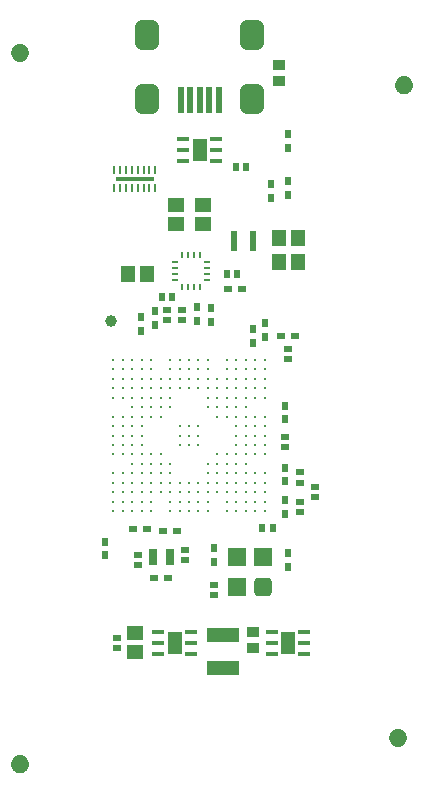
<source format=gtp>
G04*
G04 #@! TF.GenerationSoftware,Altium Limited,Altium Designer,21.8.1 (53)*
G04*
G04 Layer_Color=8421504*
%FSLAX25Y25*%
%MOIN*%
G70*
G04*
G04 #@! TF.SameCoordinates,1AEC3761-3BFF-49DB-B967-98B5A1D70BD2*
G04*
G04*
G04 #@! TF.FilePolarity,Positive*
G04*
G01*
G75*
%ADD17C,0.03150*%
%ADD18R,0.01890X0.00906*%
%ADD19R,0.00906X0.01890*%
%ADD20R,0.02953X0.05512*%
%ADD21R,0.05906X0.06299*%
G04:AMPARAMS|DCode=22|XSize=59.06mil|YSize=62.99mil|CornerRadius=14.76mil|HoleSize=0mil|Usage=FLASHONLY|Rotation=180.000|XOffset=0mil|YOffset=0mil|HoleType=Round|Shape=RoundedRectangle|*
%AMROUNDEDRECTD22*
21,1,0.05906,0.03347,0,0,180.0*
21,1,0.02953,0.06299,0,0,180.0*
1,1,0.02953,-0.01476,0.01673*
1,1,0.02953,0.01476,0.01673*
1,1,0.02953,0.01476,-0.01673*
1,1,0.02953,-0.01476,-0.01673*
%
%ADD22ROUNDEDRECTD22*%
%ADD23R,0.00984X0.03150*%
%ADD24R,0.12598X0.01299*%
%ADD25R,0.04724X0.07480*%
%ADD26R,0.03937X0.01378*%
%ADD27C,0.01142*%
%ADD28C,0.03937*%
%ADD29R,0.02362X0.02953*%
%ADD30R,0.02953X0.02362*%
%ADD31R,0.02362X0.07087*%
G04:AMPARAMS|DCode=32|XSize=78.74mil|YSize=98.43mil|CornerRadius=19.68mil|HoleSize=0mil|Usage=FLASHONLY|Rotation=0.000|XOffset=0mil|YOffset=0mil|HoleType=Round|Shape=RoundedRectangle|*
%AMROUNDEDRECTD32*
21,1,0.07874,0.05906,0,0,0.0*
21,1,0.03937,0.09843,0,0,0.0*
1,1,0.03937,0.01968,-0.02953*
1,1,0.03937,-0.01968,-0.02953*
1,1,0.03937,-0.01968,0.02953*
1,1,0.03937,0.01968,0.02953*
%
%ADD32ROUNDEDRECTD32*%
%ADD33R,0.01968X0.08858*%
%ADD34R,0.03937X0.03543*%
%ADD35R,0.02520X0.02362*%
%ADD36R,0.05512X0.05118*%
%ADD37R,0.10630X0.05118*%
%ADD38R,0.02362X0.02520*%
%ADD39R,0.05118X0.05512*%
D17*
X-21063Y25591D02*
X-21364Y26516D01*
X-22151Y27088D01*
X-23124D01*
X-23912Y26516D01*
X-24213Y25591D01*
X-23912Y24665D01*
X-23124Y24093D01*
X-22151D01*
X-21364Y24665D01*
X-21063Y25591D01*
X106890Y251969D02*
X106589Y252894D01*
X105802Y253466D01*
X104828D01*
X104041Y252894D01*
X103740Y251969D01*
X104041Y251043D01*
X104828Y250471D01*
X105802D01*
X106589Y251043D01*
X106890Y251969D01*
X104921Y34449D02*
X104621Y35375D01*
X103833Y35947D01*
X102860D01*
X102072Y35375D01*
X101772Y34449D01*
X102072Y33523D01*
X102860Y32951D01*
X103833D01*
X104621Y33523D01*
X104921Y34449D01*
X-21063Y262795D02*
X-21364Y263721D01*
X-22151Y264293D01*
X-23124D01*
X-23912Y263721D01*
X-24213Y262795D01*
X-23912Y261870D01*
X-23124Y261298D01*
X-22151D01*
X-21364Y261870D01*
X-21063Y262795D01*
D18*
X39764Y192913D02*
D03*
Y190945D02*
D03*
Y188976D02*
D03*
Y187008D02*
D03*
X29134D02*
D03*
Y188976D02*
D03*
Y190945D02*
D03*
Y192913D02*
D03*
D19*
X37402Y184646D02*
D03*
X35433D02*
D03*
X33465D02*
D03*
X31496D02*
D03*
Y195276D02*
D03*
X33465D02*
D03*
X35433D02*
D03*
X37402D02*
D03*
D20*
X21752Y94488D02*
D03*
X27461D02*
D03*
D21*
X49803Y94567D02*
D03*
Y84567D02*
D03*
X58465Y94567D02*
D03*
D22*
Y84567D02*
D03*
D23*
X22638Y223484D02*
D03*
X20669D02*
D03*
X18701D02*
D03*
X16732D02*
D03*
X14764D02*
D03*
X12795D02*
D03*
X10827D02*
D03*
X8858D02*
D03*
X22638Y217461D02*
D03*
X20669D02*
D03*
X18701D02*
D03*
X16732D02*
D03*
X14764D02*
D03*
X12795D02*
D03*
X10827D02*
D03*
X8858D02*
D03*
D24*
X15748Y220472D02*
D03*
D25*
X29055Y65945D02*
D03*
X37402Y230315D02*
D03*
X66929Y65945D02*
D03*
D26*
X23661Y69685D02*
D03*
Y65945D02*
D03*
Y62205D02*
D03*
X34449Y69685D02*
D03*
Y65945D02*
D03*
Y62205D02*
D03*
X32008Y234055D02*
D03*
Y230315D02*
D03*
Y226575D02*
D03*
X42795Y234055D02*
D03*
Y230315D02*
D03*
Y226575D02*
D03*
X61535Y69685D02*
D03*
Y65945D02*
D03*
Y62205D02*
D03*
X72323Y69685D02*
D03*
Y65945D02*
D03*
Y62205D02*
D03*
D27*
X8661Y109843D02*
D03*
Y112992D02*
D03*
Y116142D02*
D03*
Y119291D02*
D03*
Y122441D02*
D03*
Y128740D02*
D03*
Y131890D02*
D03*
Y135039D02*
D03*
Y138189D02*
D03*
Y141339D02*
D03*
Y147638D02*
D03*
Y150787D02*
D03*
Y153937D02*
D03*
Y157087D02*
D03*
Y160236D02*
D03*
X11811Y109843D02*
D03*
Y112992D02*
D03*
Y116142D02*
D03*
Y119291D02*
D03*
Y122441D02*
D03*
Y128740D02*
D03*
Y131890D02*
D03*
Y135039D02*
D03*
Y138189D02*
D03*
Y141339D02*
D03*
Y147638D02*
D03*
Y150787D02*
D03*
Y153937D02*
D03*
Y157087D02*
D03*
Y160236D02*
D03*
X14961Y109843D02*
D03*
Y112992D02*
D03*
Y116142D02*
D03*
Y119291D02*
D03*
Y122441D02*
D03*
Y125591D02*
D03*
Y128740D02*
D03*
Y131890D02*
D03*
Y135039D02*
D03*
Y138189D02*
D03*
Y141339D02*
D03*
Y144488D02*
D03*
Y147638D02*
D03*
Y150787D02*
D03*
Y153937D02*
D03*
Y157087D02*
D03*
Y160236D02*
D03*
X18110Y109843D02*
D03*
Y112992D02*
D03*
Y116142D02*
D03*
Y119291D02*
D03*
Y122441D02*
D03*
Y125591D02*
D03*
Y128740D02*
D03*
Y131890D02*
D03*
Y135039D02*
D03*
Y138189D02*
D03*
Y141339D02*
D03*
Y144488D02*
D03*
Y147638D02*
D03*
Y150787D02*
D03*
Y153937D02*
D03*
Y157087D02*
D03*
Y160236D02*
D03*
X21260Y109843D02*
D03*
Y112992D02*
D03*
Y116142D02*
D03*
Y119291D02*
D03*
Y122441D02*
D03*
Y125591D02*
D03*
Y128740D02*
D03*
Y141339D02*
D03*
Y144488D02*
D03*
Y147638D02*
D03*
Y150787D02*
D03*
Y153937D02*
D03*
Y157087D02*
D03*
Y160236D02*
D03*
X24409Y116142D02*
D03*
Y119291D02*
D03*
Y122441D02*
D03*
Y125591D02*
D03*
Y128740D02*
D03*
Y141339D02*
D03*
Y144488D02*
D03*
Y147638D02*
D03*
Y150787D02*
D03*
Y153937D02*
D03*
X27559Y109843D02*
D03*
Y112992D02*
D03*
Y116142D02*
D03*
Y119291D02*
D03*
Y122441D02*
D03*
Y125591D02*
D03*
Y144488D02*
D03*
Y147638D02*
D03*
Y150787D02*
D03*
Y153937D02*
D03*
Y157087D02*
D03*
Y160236D02*
D03*
X30709Y109843D02*
D03*
Y112992D02*
D03*
Y116142D02*
D03*
Y119291D02*
D03*
Y131890D02*
D03*
Y135039D02*
D03*
Y138189D02*
D03*
Y150787D02*
D03*
Y153937D02*
D03*
Y157087D02*
D03*
Y160236D02*
D03*
X33858Y109843D02*
D03*
Y112992D02*
D03*
Y116142D02*
D03*
Y119291D02*
D03*
Y131890D02*
D03*
Y135039D02*
D03*
Y138189D02*
D03*
Y150787D02*
D03*
Y153937D02*
D03*
Y157087D02*
D03*
Y160236D02*
D03*
X37008Y109843D02*
D03*
Y112992D02*
D03*
Y116142D02*
D03*
Y119291D02*
D03*
Y131890D02*
D03*
Y135039D02*
D03*
Y138189D02*
D03*
Y150787D02*
D03*
Y153937D02*
D03*
Y157087D02*
D03*
Y160236D02*
D03*
X40157Y109843D02*
D03*
Y112992D02*
D03*
Y116142D02*
D03*
Y119291D02*
D03*
Y122441D02*
D03*
Y125591D02*
D03*
Y144488D02*
D03*
Y147638D02*
D03*
Y150787D02*
D03*
Y153937D02*
D03*
Y157087D02*
D03*
Y160236D02*
D03*
X43307Y116142D02*
D03*
Y119291D02*
D03*
Y122441D02*
D03*
Y125591D02*
D03*
Y128740D02*
D03*
Y141339D02*
D03*
Y144488D02*
D03*
Y147638D02*
D03*
Y150787D02*
D03*
Y153937D02*
D03*
X46457Y109843D02*
D03*
Y112992D02*
D03*
Y116142D02*
D03*
Y119291D02*
D03*
Y122441D02*
D03*
Y125591D02*
D03*
Y128740D02*
D03*
Y141339D02*
D03*
Y144488D02*
D03*
Y147638D02*
D03*
Y150787D02*
D03*
Y153937D02*
D03*
Y157087D02*
D03*
Y160236D02*
D03*
X49606Y109843D02*
D03*
Y112992D02*
D03*
Y116142D02*
D03*
Y119291D02*
D03*
Y122441D02*
D03*
Y125591D02*
D03*
Y128740D02*
D03*
Y131890D02*
D03*
Y135039D02*
D03*
Y138189D02*
D03*
Y141339D02*
D03*
Y144488D02*
D03*
Y147638D02*
D03*
Y150787D02*
D03*
Y153937D02*
D03*
Y157087D02*
D03*
Y160236D02*
D03*
X52756Y109843D02*
D03*
Y112992D02*
D03*
Y116142D02*
D03*
Y119291D02*
D03*
Y122441D02*
D03*
Y125591D02*
D03*
Y128740D02*
D03*
Y131890D02*
D03*
Y135039D02*
D03*
Y138189D02*
D03*
Y141339D02*
D03*
Y144488D02*
D03*
Y147638D02*
D03*
Y150787D02*
D03*
Y153937D02*
D03*
Y157087D02*
D03*
Y160236D02*
D03*
X55905Y109843D02*
D03*
Y112992D02*
D03*
Y116142D02*
D03*
Y119291D02*
D03*
Y122441D02*
D03*
Y128740D02*
D03*
Y131890D02*
D03*
Y135039D02*
D03*
Y138189D02*
D03*
Y141339D02*
D03*
Y147638D02*
D03*
Y150787D02*
D03*
Y153937D02*
D03*
Y157087D02*
D03*
Y160236D02*
D03*
X59055Y109843D02*
D03*
Y112992D02*
D03*
Y116142D02*
D03*
Y119291D02*
D03*
Y122441D02*
D03*
Y128740D02*
D03*
Y131890D02*
D03*
Y135039D02*
D03*
Y138189D02*
D03*
Y141339D02*
D03*
Y147638D02*
D03*
Y150787D02*
D03*
Y153937D02*
D03*
Y157087D02*
D03*
Y160236D02*
D03*
D28*
X7874Y173228D02*
D03*
D29*
X59055Y168012D02*
D03*
Y172539D02*
D03*
X55118Y166043D02*
D03*
Y170571D02*
D03*
X66929Y215256D02*
D03*
Y219783D02*
D03*
Y235531D02*
D03*
Y231004D02*
D03*
X61024Y218799D02*
D03*
Y214272D02*
D03*
X17717Y169980D02*
D03*
Y174508D02*
D03*
X22638Y171949D02*
D03*
Y176476D02*
D03*
X5906Y95177D02*
D03*
Y99705D02*
D03*
X66929Y95768D02*
D03*
Y91240D02*
D03*
X42323Y97441D02*
D03*
Y92913D02*
D03*
X65945Y113484D02*
D03*
Y108957D02*
D03*
Y124311D02*
D03*
Y119783D02*
D03*
Y140453D02*
D03*
Y144980D02*
D03*
X36417Y173228D02*
D03*
Y177756D02*
D03*
X41339Y172933D02*
D03*
Y177461D02*
D03*
D30*
X69193Y168307D02*
D03*
X64665D02*
D03*
X19696Y103746D02*
D03*
X15169D02*
D03*
X29823Y103347D02*
D03*
X25295D02*
D03*
X26870Y87598D02*
D03*
X22343D02*
D03*
X51476Y184055D02*
D03*
X46949D02*
D03*
D31*
X49016Y199803D02*
D03*
X55315D02*
D03*
D32*
X19882Y247122D02*
D03*
Y268579D02*
D03*
X54921D02*
D03*
Y247122D02*
D03*
D33*
X31102Y246748D02*
D03*
X34252D02*
D03*
X43701D02*
D03*
X40551D02*
D03*
X37402D02*
D03*
D34*
X55118Y69587D02*
D03*
Y64272D02*
D03*
X63976Y258563D02*
D03*
Y253248D02*
D03*
D35*
X70866Y122795D02*
D03*
Y119331D02*
D03*
X75787Y114409D02*
D03*
Y117874D02*
D03*
X70866Y112953D02*
D03*
Y109488D02*
D03*
X9843Y67677D02*
D03*
Y64213D02*
D03*
X66929Y163898D02*
D03*
Y160433D02*
D03*
X16732Y95236D02*
D03*
Y91772D02*
D03*
X32480Y96969D02*
D03*
Y93504D02*
D03*
X42323Y81929D02*
D03*
Y85394D02*
D03*
X65945Y134606D02*
D03*
Y131142D02*
D03*
X31496Y176929D02*
D03*
Y173465D02*
D03*
X26575Y176929D02*
D03*
Y173465D02*
D03*
D36*
X15748Y62795D02*
D03*
Y69095D02*
D03*
X29528Y205512D02*
D03*
Y211811D02*
D03*
X38386Y205512D02*
D03*
Y211811D02*
D03*
D37*
X45276Y57480D02*
D03*
Y68504D02*
D03*
D38*
X49449Y224410D02*
D03*
X52913D02*
D03*
X61772Y104331D02*
D03*
X58307D02*
D03*
X46496Y188976D02*
D03*
X49961D02*
D03*
X28307Y181102D02*
D03*
X24843D02*
D03*
D39*
X19882Y188976D02*
D03*
X13583D02*
D03*
X63779Y192913D02*
D03*
X70079D02*
D03*
X63779Y200787D02*
D03*
X70079D02*
D03*
M02*

</source>
